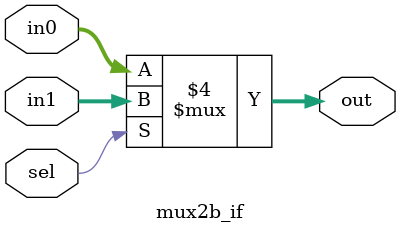
<source format=v>
/* 2 input 2bit Mux design */
`timescale 1ns/10ps

module mux2b_if ( 
	input [1:0] in0, 
	input [1:0] in1,
	input       sel,
	output [1:0] out
);

	reg [1:0] out;

	always @(sel or in0 or in1) 
	begin
		if ( sel == 0)
			out = in0;
		else 
			out = in1;
	end

endmodule

</source>
